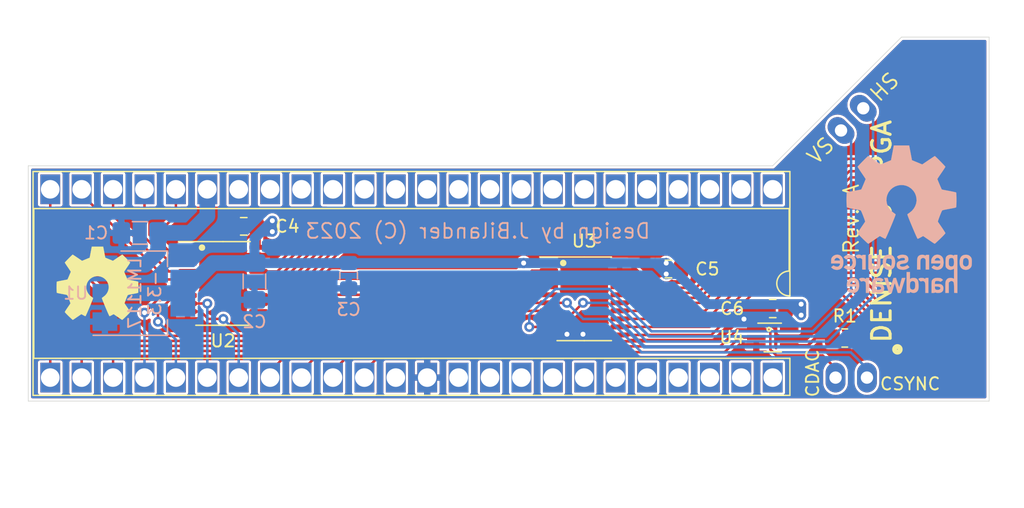
<source format=kicad_pcb>
(kicad_pcb (version 20171130) (host pcbnew "(5.1.12-1-10_14)")
  (layers (0 F.Cu signal) (31 B.Cu signal) (34 B.Paste user) (35 F.Paste user) (36 B.SilkS user) (37 F.SilkS user) (38 B.Mask user) (39 F.Mask user) (44 Edge.Cuts user))
  (net 0 "")
  (net 1 VCC)
  (net 2 B0)
  (net 3 R3)
  (net 4 R2)
  (net 5 R1)
  (net 6 R0)
  (net 7 GND)
  (net 8 C7M)
  (net 9 CDAC)
  (net 10 G3)
  (net 11 G2)
  (net 12 G1)
  (net 13 G0)
  (net 14 B3)
  (net 15 B2)
  (net 16 B1)
  (net 17 3V3)
  (net 18 PIXELSW)
  (net 19 CSYNC)
  (net 20 R0_3V3)
  (net 21 R1_3V3)
  (net 22 R2_3V3)
  (net 23 R3_3V3)
  (net 24 B0_3V3)
  (net 25 B1_3V3)
  (net 26 B2_3V3)
  (net 27 B3_3V3)
  (net 28 G3_3V3)
  (net 29 G2_3V3)
  (net 30 G1_3V3)
  (net 31 G0_3V3)
  (net 32 CSYNC_3V3)
  (net 33 PIXELSW_3V3)
  (net 34 HSYNC_3V3)
  (net 35 VSYNC_3V3)
  (net 36 VSYNC)
  (net 37 HSYNC)
  (net 38 /C14M_3V3)
  (net 39 "Net-(R1-Pad2)")
  (net 40 "Net-(J3-Pad40)")
  (net 41 "Net-(J3-Pad39)")
  (net 42 "Net-(J3-Pad38)")
  (net 43 "Net-(J3-Pad37)")
  (net 44 "Net-(J3-Pad36)")
  (net 45 "Net-(J3-Pad35)")
  (net 46 "Net-(U5-Pad1)")
  (net 47 "Net-(U5-Pad2)")
  (net 48 "Net-(U5-Pad3)")
  (net 49 "Net-(U5-Pad4)")
  (net 50 "Net-(U5-Pad5)")
  (net 51 "Net-(U5-Pad6)")
  (net 52 "Net-(U5-Pad7)")
  (net 53 "Net-(U5-Pad8)")
  (net 54 "Net-(U5-Pad9)")
  (net 55 "Net-(U5-Pad10)")
  (net 56 "Net-(U5-Pad11)")
  (net 57 "Net-(U5-Pad12)")
  (net 58 "Net-(U5-Pad36)")
  (net 59 "Net-(U5-Pad13)")
  (net 60 "Net-(U5-Pad14)")
  (net 61 "Net-(U5-Pad38)")
  (net 62 "Net-(U5-Pad15)")
  (net 63 "Net-(U5-Pad39)")
  (net 64 "Net-(U5-Pad16)")
  (net 65 "Net-(U5-Pad40)")
  (net 66 "Net-(U5-Pad17)")
  (net 67 "Net-(U5-Pad41)")
  (net 68 "Net-(U5-Pad18)")
  (net 69 "Net-(U5-Pad42)")
  (net 70 "Net-(U5-Pad43)")
  (net 71 "Net-(U5-Pad44)")
  (net 72 "Net-(U5-Pad45)")
  (net 73 "Net-(U5-Pad46)")
  (net 74 "Net-(U5-Pad47)")
  (net 75 "Net-(U5-Pad48)")
  (module DENISE_to_FPGA:DIP-48_W15.24mm_Socket_LongPads (layer F.Cu) (at 187.96 88.138 270)
    (fp_text reference U5 hide)
    (fp_text value Denise_MB_PinHeader hide)
    (pad 1 thru_hole rect (at 0 0 270) (size 2.4 1.6) (drill 1.5) (layers *.Cu *.Mask) (net 46 "Net-(U5-Pad1)"))
    (pad 25 thru_hole rect (at 15.24 58.42 270) (size 2.4 1.6) (drill 1.5) (layers *.Cu *.Mask) (net 16 B1))
    (pad 2 thru_hole rect (at 0 2.54 270) (size 2.4 1.6) (drill 1.5) (layers *.Cu *.Mask) (net 47 "Net-(U5-Pad2)"))
    (pad 26 thru_hole rect (at 15.24 55.88 270) (size 2.4 1.6) (drill 1.5) (layers *.Cu *.Mask) (net 15 B2))
    (pad 3 thru_hole rect (at 0 5.08 270) (size 2.4 1.6) (drill 1.5) (layers *.Cu *.Mask) (net 48 "Net-(U5-Pad3)"))
    (pad 27 thru_hole rect (at 15.24 53.34 270) (size 2.4 1.6) (drill 1.5) (layers *.Cu *.Mask) (net 14 B3))
    (pad 4 thru_hole rect (at 0 7.62 270) (size 2.4 1.6) (drill 1.5) (layers *.Cu *.Mask) (net 49 "Net-(U5-Pad4)"))
    (pad 28 thru_hole rect (at 15.24 50.8 270) (size 2.4 1.6) (drill 1.5) (layers *.Cu *.Mask) (net 13 G0))
    (pad 5 thru_hole rect (at 0 10.16 270) (size 2.4 1.6) (drill 1.5) (layers *.Cu *.Mask) (net 50 "Net-(U5-Pad5)"))
    (pad 29 thru_hole rect (at 15.24 48.26 270) (size 2.4 1.6) (drill 1.5) (layers *.Cu *.Mask) (net 12 G1))
    (pad 6 thru_hole rect (at 0 12.7 270) (size 2.4 1.6) (drill 1.5) (layers *.Cu *.Mask) (net 51 "Net-(U5-Pad6)"))
    (pad 30 thru_hole rect (at 15.24 45.72 270) (size 2.4 1.6) (drill 1.5) (layers *.Cu *.Mask) (net 11 G2))
    (pad 7 thru_hole rect (at 0 15.24 270) (size 2.4 1.6) (drill 1.5) (layers *.Cu *.Mask) (net 52 "Net-(U5-Pad7)"))
    (pad 31 thru_hole rect (at 15.24 43.18 270) (size 2.4 1.6) (drill 1.5) (layers *.Cu *.Mask) (net 10 G3))
    (pad 8 thru_hole rect (at 0 17.78 270) (size 2.4 1.6) (drill 1.5) (layers *.Cu *.Mask) (net 53 "Net-(U5-Pad8)"))
    (pad 32 thru_hole rect (at 15.24 40.64 270) (size 2.4 1.6) (drill 1.5) (layers *.Cu *.Mask) (net 19 CSYNC))
    (pad 9 thru_hole rect (at 0 20.32 270) (size 2.4 1.6) (drill 1.5) (layers *.Cu *.Mask) (net 54 "Net-(U5-Pad9)"))
    (pad 33 thru_hole rect (at 15.24 38.1 270) (size 2.4 1.6) (drill 1.5) (layers *.Cu *.Mask) (net 18 PIXELSW))
    (pad 10 thru_hole rect (at 0 22.86 270) (size 2.4 1.6) (drill 1.5) (layers *.Cu *.Mask) (net 55 "Net-(U5-Pad10)"))
    (pad 34 thru_hole rect (at 15.24 35.56 270) (size 2.4 1.6) (drill 1.5) (layers *.Cu *.Mask) (net 9 CDAC))
    (pad 11 thru_hole rect (at 0 25.4 270) (size 2.4 1.6) (drill 1.5) (layers *.Cu *.Mask) (net 56 "Net-(U5-Pad11)"))
    (pad 35 thru_hole rect (at 15.24 33.02 270) (size 2.4 1.6) (drill 1.5) (layers *.Cu *.Mask) (net 8 C7M))
    (pad 12 thru_hole rect (at 0 27.94 270) (size 2.4 1.6) (drill 1.5) (layers *.Cu *.Mask) (net 57 "Net-(U5-Pad12)"))
    (pad 36 thru_hole rect (at 15.24 30.48 270) (size 2.4 1.6) (drill 1.5) (layers *.Cu *.Mask) (net 58 "Net-(U5-Pad36)"))
    (pad 13 thru_hole rect (at 0 30.48 270) (size 2.4 1.6) (drill 1.5) (layers *.Cu *.Mask) (net 59 "Net-(U5-Pad13)"))
    (pad 37 thru_hole rect (at 15.24 27.94 270) (size 2.4 1.6) (drill 1.5) (layers *.Cu *.Mask) (net 7 GND))
    (pad 14 thru_hole rect (at 0 33.02 270) (size 2.4 1.6) (drill 1.5) (layers *.Cu *.Mask) (net 60 "Net-(U5-Pad14)"))
    (pad 38 thru_hole rect (at 15.24 25.4 270) (size 2.4 1.6) (drill 1.5) (layers *.Cu *.Mask) (net 61 "Net-(U5-Pad38)"))
    (pad 15 thru_hole rect (at 0 35.56 270) (size 2.4 1.6) (drill 1.5) (layers *.Cu *.Mask) (net 62 "Net-(U5-Pad15)"))
    (pad 39 thru_hole rect (at 15.24 22.86 270) (size 2.4 1.6) (drill 1.5) (layers *.Cu *.Mask) (net 63 "Net-(U5-Pad39)"))
    (pad 16 thru_hole rect (at 0 38.1 270) (size 2.4 1.6) (drill 1.5) (layers *.Cu *.Mask) (net 64 "Net-(U5-Pad16)"))
    (pad 40 thru_hole rect (at 15.24 20.32 270) (size 2.4 1.6) (drill 1.5) (layers *.Cu *.Mask) (net 65 "Net-(U5-Pad40)"))
    (pad 17 thru_hole rect (at 0 40.64 270) (size 2.4 1.6) (drill 1.5) (layers *.Cu *.Mask) (net 66 "Net-(U5-Pad17)"))
    (pad 41 thru_hole rect (at 15.24 17.78 270) (size 2.4 1.6) (drill 1.5) (layers *.Cu *.Mask) (net 67 "Net-(U5-Pad41)"))
    (pad 18 thru_hole rect (at 0 43.18 270) (size 2.4 1.6) (drill 1.5) (layers *.Cu *.Mask) (net 68 "Net-(U5-Pad18)"))
    (pad 42 thru_hole rect (at 15.24 15.24 270) (size 2.4 1.6) (drill 1.5) (layers *.Cu *.Mask) (net 69 "Net-(U5-Pad42)"))
    (pad 19 thru_hole rect (at 0 45.72 270) (size 2.4 1.6) (drill 1.5) (layers *.Cu *.Mask) (net 1 VCC))
    (pad 43 thru_hole rect (at 15.24 12.7 270) (size 2.4 1.6) (drill 1.5) (layers *.Cu *.Mask) (net 70 "Net-(U5-Pad43)"))
    (pad 20 thru_hole rect (at 0 48.26 270) (size 2.4 1.6) (drill 1.5) (layers *.Cu *.Mask) (net 6 R0))
    (pad 44 thru_hole rect (at 15.24 10.16 270) (size 2.4 1.6) (drill 1.5) (layers *.Cu *.Mask) (net 71 "Net-(U5-Pad44)"))
    (pad 21 thru_hole rect (at 0 50.8 270) (size 2.4 1.6) (drill 1.5) (layers *.Cu *.Mask) (net 5 R1))
    (pad 45 thru_hole rect (at 15.24 7.62 270) (size 2.4 1.6) (drill 1.5) (layers *.Cu *.Mask) (net 72 "Net-(U5-Pad45)"))
    (pad 22 thru_hole rect (at 0 53.34 270) (size 2.4 1.6) (drill 1.5) (layers *.Cu *.Mask) (net 4 R2))
    (pad 46 thru_hole rect (at 15.24 5.08 270) (size 2.4 1.6) (drill 1.5) (layers *.Cu *.Mask) (net 73 "Net-(U5-Pad46)"))
    (pad 23 thru_hole rect (at 0 55.88 270) (size 2.4 1.6) (drill 1.5) (layers *.Cu *.Mask) (net 3 R3))
    (pad 47 thru_hole rect (at 15.24 2.54 270) (size 2.4 1.6) (drill 1.5) (layers *.Cu *.Mask) (net 74 "Net-(U5-Pad47)"))
    (pad 24 thru_hole rect (at 0 58.42 270) (size 2.4 1.6) (drill 1.5) (layers *.Cu *.Mask) (net 2 B0))
    (pad 48 thru_hole rect (at 15.24 0 270) (size 2.4 1.6) (drill 1.5) (layers *.Cu *.Mask) (net 75 "Net-(U5-Pad48)"))
  )
  (module Package_SO:TSSOP-20_4.4x6.5mm_P0.65mm (layer F.Cu) (at 143.51 95.758)
    (fp_text reference U2 (at 0 4.6482) (layer F.SilkS))
    (fp_text value 74LVC245A hide)
    (pad 20 smd roundrect (at 2.8625 -2.925) (size 1.475 0.4) (layers F.Cu F.Paste F.Mask) (net 17 3V3))
    (pad 19 smd roundrect (at 2.8625 -2.275) (size 1.475 0.4) (layers F.Cu F.Paste F.Mask) (net 7 GND))
    (pad 18 smd roundrect (at 2.8625 -1.625) (size 1.475 0.4) (layers F.Cu F.Paste F.Mask) (net 20 R0_3V3))
    (pad 17 smd roundrect (at 2.8625 -0.975) (size 1.475 0.4) (layers F.Cu F.Paste F.Mask) (net 21 R1_3V3))
    (pad 16 smd roundrect (at 2.8625 -0.325) (size 1.475 0.4) (layers F.Cu F.Paste F.Mask) (net 22 R2_3V3))
    (pad 15 smd roundrect (at 2.8625 0.325) (size 1.475 0.4) (layers F.Cu F.Paste F.Mask) (net 23 R3_3V3))
    (pad 14 smd roundrect (at 2.8625 0.975) (size 1.475 0.4) (layers F.Cu F.Paste F.Mask) (net 31 G0_3V3))
    (pad 13 smd roundrect (at 2.8625 1.625) (size 1.475 0.4) (layers F.Cu F.Paste F.Mask) (net 30 G1_3V3))
    (pad 12 smd roundrect (at 2.8625 2.275) (size 1.475 0.4) (layers F.Cu F.Paste F.Mask) (net 29 G2_3V3))
    (pad 11 smd roundrect (at 2.8625 2.925) (size 1.475 0.4) (layers F.Cu F.Paste F.Mask) (net 28 G3_3V3))
    (pad 10 smd roundrect (at -2.8625 2.925) (size 1.475 0.4) (layers F.Cu F.Paste F.Mask) (net 7 GND))
    (pad 9 smd roundrect (at -2.8625 2.275) (size 1.475 0.4) (layers F.Cu F.Paste F.Mask) (net 10 G3))
    (pad 8 smd roundrect (at -2.8625 1.625) (size 1.475 0.4) (layers F.Cu F.Paste F.Mask) (net 11 G2))
    (pad 7 smd roundrect (at -2.8625 0.975) (size 1.475 0.4) (layers F.Cu F.Paste F.Mask) (net 12 G1))
    (pad 6 smd roundrect (at -2.8625 0.325) (size 1.475 0.4) (layers F.Cu F.Paste F.Mask) (net 13 G0))
    (pad 5 smd roundrect (at -2.8625 -0.325) (size 1.475 0.4) (layers F.Cu F.Paste F.Mask) (net 3 R3))
    (pad 4 smd roundrect (at -2.8625 -0.975) (size 1.475 0.4) (layers F.Cu F.Paste F.Mask) (net 4 R2))
    (pad 3 smd roundrect (at -2.8625 -1.625) (size 1.475 0.4) (layers F.Cu F.Paste F.Mask) (net 5 R1))
    (pad 2 smd roundrect (at -2.8625 -2.275) (size 1.475 0.4) (layers F.Cu F.Paste F.Mask) (net 6 R0))
    (pad 1 smd roundrect (at -2.8625 -2.925) (size 1.475 0.4) (layers F.Cu F.Paste F.Mask) (net 17 3V3))
  )
  (module Package_SO:TSSOP-20_4.4x6.5mm_P0.65mm (layer F.Cu) (at 172.72 97.0026)
    (fp_text reference U3 (at 0 -4.6736) (layer F.SilkS))
    (fp_text value 74LVC245A hide)
    (pad 20 smd roundrect (at 2.8625 -2.925) (size 1.475 0.4) (layers F.Cu F.Paste F.Mask) (net 17 3V3))
    (pad 19 smd roundrect (at 2.8625 -2.275) (size 1.475 0.4) (layers F.Cu F.Paste F.Mask) (net 7 GND))
    (pad 18 smd roundrect (at 2.8625 -1.625) (size 1.475 0.4) (layers F.Cu F.Paste F.Mask) (net 24 B0_3V3))
    (pad 17 smd roundrect (at 2.8625 -0.975) (size 1.475 0.4) (layers F.Cu F.Paste F.Mask) (net 25 B1_3V3))
    (pad 16 smd roundrect (at 2.8625 -0.325) (size 1.475 0.4) (layers F.Cu F.Paste F.Mask) (net 26 B2_3V3))
    (pad 15 smd roundrect (at 2.8625 0.325) (size 1.475 0.4) (layers F.Cu F.Paste F.Mask) (net 27 B3_3V3))
    (pad 14 smd roundrect (at 2.8625 0.975) (size 1.475 0.4) (layers F.Cu F.Paste F.Mask) (net 32 CSYNC_3V3))
    (pad 13 smd roundrect (at 2.8625 1.625) (size 1.475 0.4) (layers F.Cu F.Paste F.Mask) (net 33 PIXELSW_3V3))
    (pad 12 smd roundrect (at 2.8625 2.275) (size 1.475 0.4) (layers F.Cu F.Paste F.Mask) (net 34 HSYNC_3V3))
    (pad 11 smd roundrect (at 2.8625 2.925) (size 1.475 0.4) (layers F.Cu F.Paste F.Mask) (net 35 VSYNC_3V3))
    (pad 10 smd roundrect (at -2.8625 2.925) (size 1.475 0.4) (layers F.Cu F.Paste F.Mask) (net 7 GND))
    (pad 9 smd roundrect (at -2.8625 2.275) (size 1.475 0.4) (layers F.Cu F.Paste F.Mask) (net 36 VSYNC))
    (pad 8 smd roundrect (at -2.8625 1.625) (size 1.475 0.4) (layers F.Cu F.Paste F.Mask) (net 37 HSYNC))
    (pad 7 smd roundrect (at -2.8625 0.975) (size 1.475 0.4) (layers F.Cu F.Paste F.Mask) (net 18 PIXELSW))
    (pad 6 smd roundrect (at -2.8625 0.325) (size 1.475 0.4) (layers F.Cu F.Paste F.Mask) (net 19 CSYNC))
    (pad 5 smd roundrect (at -2.8625 -0.325) (size 1.475 0.4) (layers F.Cu F.Paste F.Mask) (net 14 B3))
    (pad 4 smd roundrect (at -2.8625 -0.975) (size 1.475 0.4) (layers F.Cu F.Paste F.Mask) (net 15 B2))
    (pad 3 smd roundrect (at -2.8625 -1.625) (size 1.475 0.4) (layers F.Cu F.Paste F.Mask) (net 16 B1))
    (pad 2 smd roundrect (at -2.8625 -2.275) (size 1.475 0.4) (layers F.Cu F.Paste F.Mask) (net 2 B0))
    (pad 1 smd roundrect (at -2.8625 -2.925) (size 1.475 0.4) (layers F.Cu F.Paste F.Mask) (net 17 3V3))
  )
  (module Package_TO_SOT_SMD:SOT-353_SC-70-5_Handsoldering (layer F.Cu) (at 187.962 100.133)
    (fp_text reference U4 (at -3.304 -0.0062) (layer F.SilkS))
    (fp_text value 74LVC1G86 hide)
    (pad 5 smd rect (at 1.33 -0.65) (size 1.5 0.4) (layers F.Cu F.Paste F.Mask) (net 17 3V3))
    (pad 4 smd rect (at 1.33 0.65) (size 1.5 0.4) (layers F.Cu F.Paste F.Mask) (net 39 "Net-(R1-Pad2)"))
    (pad 3 smd rect (at -1.33 0.65) (size 1.5 0.4) (layers F.Cu F.Paste F.Mask) (net 7 GND))
    (pad 2 smd rect (at -1.33 0) (size 1.5 0.4) (layers F.Cu F.Paste F.Mask) (net 8 C7M))
    (pad 1 smd rect (at -1.33 -0.65) (size 1.5 0.4) (layers F.Cu F.Paste F.Mask) (net 9 CDAC))
  )
  (module Connector_FFC-FPC:Hirose_FH12-40S-0.5SH_1x40-1MP_P0.50mm_Horizontal (layer F.Cu) (at 200.533 90.424 90)
    (fp_text reference J3 hide)
    (fp_text value Conn_01x40 hide)
    (pad 40 smd rect (at 9.75 -1.85 90) (size 0.3 1.3) (layers F.Cu F.Paste F.Mask) (net 40 "Net-(J3-Pad40)"))
    (pad 39 smd rect (at 9.25 -1.85 90) (size 0.3 1.3) (layers F.Cu F.Paste F.Mask) (net 41 "Net-(J3-Pad39)"))
    (pad 38 smd rect (at 8.75 -1.85 90) (size 0.3 1.3) (layers F.Cu F.Paste F.Mask) (net 42 "Net-(J3-Pad38)"))
    (pad 37 smd rect (at 8.25 -1.85 90) (size 0.3 1.3) (layers F.Cu F.Paste F.Mask) (net 43 "Net-(J3-Pad37)"))
    (pad 36 smd rect (at 7.75 -1.85 90) (size 0.3 1.3) (layers F.Cu F.Paste F.Mask) (net 44 "Net-(J3-Pad36)"))
    (pad 35 smd rect (at 7.25 -1.85 90) (size 0.3 1.3) (layers F.Cu F.Paste F.Mask) (net 45 "Net-(J3-Pad35)"))
    (pad 34 smd rect (at 6.75 -1.85 90) (size 0.3 1.3) (layers F.Cu F.Paste F.Mask) (net 7 GND))
    (pad 33 smd rect (at 6.25 -1.85 90) (size 0.3 1.3) (layers F.Cu F.Paste F.Mask) (net 7 GND))
    (pad 32 smd rect (at 5.75 -1.85 90) (size 0.3 1.3) (layers F.Cu F.Paste F.Mask) (net 7 GND))
    (pad 31 smd rect (at 5.25 -1.85 90) (size 0.3 1.3) (layers F.Cu F.Paste F.Mask) (net 7 GND))
    (pad 30 smd rect (at 4.75 -1.85 90) (size 0.3 1.3) (layers F.Cu F.Paste F.Mask) (net 20 R0_3V3))
    (pad 29 smd rect (at 4.25 -1.85 90) (size 0.3 1.3) (layers F.Cu F.Paste F.Mask) (net 21 R1_3V3))
    (pad 28 smd rect (at 3.75 -1.85 90) (size 0.3 1.3) (layers F.Cu F.Paste F.Mask) (net 22 R2_3V3))
    (pad 27 smd rect (at 3.25 -1.85 90) (size 0.3 1.3) (layers F.Cu F.Paste F.Mask) (net 23 R3_3V3))
    (pad 26 smd rect (at 2.75 -1.85 90) (size 0.3 1.3) (layers F.Cu F.Paste F.Mask) (net 7 GND))
    (pad 25 smd rect (at 2.25 -1.85 90) (size 0.3 1.3) (layers F.Cu F.Paste F.Mask) (net 7 GND))
    (pad 24 smd rect (at 1.75 -1.85 90) (size 0.3 1.3) (layers F.Cu F.Paste F.Mask) (net 7 GND))
    (pad 23 smd rect (at 1.25 -1.85 90) (size 0.3 1.3) (layers F.Cu F.Paste F.Mask) (net 7 GND))
    (pad 22 smd rect (at 0.75 -1.85 90) (size 0.3 1.3) (layers F.Cu F.Paste F.Mask) (net 31 G0_3V3))
    (pad 21 smd rect (at 0.25 -1.85 90) (size 0.3 1.3) (layers F.Cu F.Paste F.Mask) (net 30 G1_3V3))
    (pad 20 smd rect (at -0.25 -1.85 90) (size 0.3 1.3) (layers F.Cu F.Paste F.Mask) (net 29 G2_3V3))
    (pad 19 smd rect (at -0.75 -1.85 90) (size 0.3 1.3) (layers F.Cu F.Paste F.Mask) (net 28 G3_3V3))
    (pad 18 smd rect (at -1.25 -1.85 90) (size 0.3 1.3) (layers F.Cu F.Paste F.Mask) (net 7 GND))
    (pad 17 smd rect (at -1.75 -1.85 90) (size 0.3 1.3) (layers F.Cu F.Paste F.Mask) (net 7 GND))
    (pad 16 smd rect (at -2.25 -1.85 90) (size 0.3 1.3) (layers F.Cu F.Paste F.Mask) (net 7 GND))
    (pad 15 smd rect (at -2.75 -1.85 90) (size 0.3 1.3) (layers F.Cu F.Paste F.Mask) (net 7 GND))
    (pad 14 smd rect (at -3.25 -1.85 90) (size 0.3 1.3) (layers F.Cu F.Paste F.Mask) (net 24 B0_3V3))
    (pad 13 smd rect (at -3.75 -1.85 90) (size 0.3 1.3) (layers F.Cu F.Paste F.Mask) (net 25 B1_3V3))
    (pad 12 smd rect (at -4.25 -1.85 90) (size 0.3 1.3) (layers F.Cu F.Paste F.Mask) (net 26 B2_3V3))
    (pad 11 smd rect (at -4.75 -1.85 90) (size 0.3 1.3) (layers F.Cu F.Paste F.Mask) (net 27 B3_3V3))
    (pad 10 smd rect (at -5.25 -1.85 90) (size 0.3 1.3) (layers F.Cu F.Paste F.Mask) (net 7 GND))
    (pad 9 smd rect (at -5.75 -1.85 90) (size 0.3 1.3) (layers F.Cu F.Paste F.Mask) (net 32 CSYNC_3V3))
    (pad 8 smd rect (at -6.25 -1.85 90) (size 0.3 1.3) (layers F.Cu F.Paste F.Mask) (net 7 GND))
    (pad 7 smd rect (at -6.75 -1.85 90) (size 0.3 1.3) (layers F.Cu F.Paste F.Mask) (net 33 PIXELSW_3V3))
    (pad 6 smd rect (at -7.25 -1.85 90) (size 0.3 1.3) (layers F.Cu F.Paste F.Mask) (net 7 GND))
    (pad 5 smd rect (at -7.75 -1.85 90) (size 0.3 1.3) (layers F.Cu F.Paste F.Mask) (net 34 HSYNC_3V3))
    (pad 4 smd rect (at -8.25 -1.85 90) (size 0.3 1.3) (layers F.Cu F.Paste F.Mask) (net 7 GND))
    (pad 3 smd rect (at -8.75 -1.85 90) (size 0.3 1.3) (layers F.Cu F.Paste F.Mask) (net 35 VSYNC_3V3))
    (pad 2 smd rect (at -9.25 -1.85 90) (size 0.3 1.3) (layers F.Cu F.Paste F.Mask) (net 7 GND))
    (pad 1 smd rect (at -9.75 -1.85 90) (size 0.3 1.3) (layers F.Cu F.Paste F.Mask) (net 38 /C14M_3V3))
    (pad MP smd rect (at -11.43 0.4572 90) (size 2.3 4.1) (layers F.Cu F.Paste F.Mask) (net 7 GND))
    (pad MP smd rect (at 11.43 0.4572 90) (size 2.3 4.1) (layers F.Cu F.Paste F.Mask) (net 7 GND))
  )
  (module Resistor_SMD:R_0805_2012Metric_Pad1.20x1.40mm_HandSolder (layer F.Cu) (at 193.786 100.174 180)
    (fp_text reference R1 (at 0 1.778) (layer F.SilkS))
    (fp_text value "33 Ω" hide)
    (pad 2 smd roundrect (at 1 0 180) (size 1.2 1.4) (layers F.Cu F.Paste F.Mask) (roundrect_rratio 0.208333) (net 39 "Net-(R1-Pad2)"))
    (pad 1 smd roundrect (at -1 0 180) (size 1.2 1.4) (layers F.Cu F.Paste F.Mask) (roundrect_rratio 0.208333) (net 38 /C14M_3V3))
  )
  (module Capacitor_SMD:C_0805_2012Metric_Pad1.18x1.45mm_HandSolder (layer F.Cu) (at 187.962 97.79)
    (fp_text reference C6 (at -3.2786 0) (layer F.SilkS))
    (fp_text value 0.1uF hide)
    (pad 2 smd roundrect (at 1.0375 0) (size 1.175 1.45) (layers F.Cu F.Paste F.Mask) (roundrect_rratio 0.2127659574468085) (net 17 3V3))
    (pad 1 smd roundrect (at -1.0375 0) (size 1.175 1.45) (layers F.Cu F.Paste F.Mask) (roundrect_rratio 0.2127659574468085) (net 7 GND))
  )
  (module Symbol:OSHW-Logo_11.4x12mm_SilkScreen (layer B.Cu) (at 198.3867 90.551 180)
    (fp_text reference REF** hide)
    (fp_text value OSHW-Logo_11.4x12mm_SilkScreen hide)
  )
  (module Connector_PinHeader_2.54mm:PinHeader_1x02_P2.54mm_Horizontal (layer F.Cu) (at 193.4845 83.3755 135)
    (fp_text reference J2 hide)
    (fp_text value Conn_01x02 hide)
    (pad 2 thru_hole oval (at 0 2.54 135) (size 2.4 1.6) (drill 1) (layers *.Cu *.Mask) (net 37 HSYNC))
    (pad 1 thru_hole oval (at 0 0 135) (size 2.4 1.6) (drill 1) (layers *.Cu *.Mask) (net 36 VSYNC))
  )
  (module Symbol:OSHW-Symbol_6.7x6mm_SilkScreen (layer F.Cu) (at 133.35 95.758)
    (fp_text reference REF** hide)
    (fp_text value OSHW-Symbol_6.7x6mm_SilkScreen hide)
  )
  (module Connector_PinHeader_2.54mm:PinHeader_1x02_P2.54mm_Horizontal (layer F.Cu) (at 195.58 103.378 270)
    (fp_text reference J1 hide)
    (fp_text value Conn_01x02 hide)
    (pad 2 thru_hole oval (at 0 2.54 270) (size 2.4 1.6) (drill 1) (layers *.Cu *.Mask) (net 9 CDAC))
    (pad 1 thru_hole oval (at 0 0 270) (size 2.4 1.6) (drill 1) (layers *.Cu *.Mask) (net 19 CSYNC))
  )
  (module Capacitor_SMD:C_0805_2012Metric_Pad1.15x1.40mm_HandSolder (layer F.Cu) (at 179.5272 94.5896 180)
    (fp_text reference C5 (at -3.1496 0) (layer F.SilkS))
    (fp_text value 0.1uF hide)
    (pad 2 smd roundrect (at 1.025 0 180) (size 1.15 1.4) (layers F.Cu F.Paste F.Mask) (roundrect_rratio 0.2173904347826087) (net 17 3V3))
    (pad 1 smd roundrect (at -1.025 0 180) (size 1.15 1.4) (layers F.Cu F.Paste F.Mask) (roundrect_rratio 0.2173904347826087) (net 7 GND))
  )
  (module Capacitor_SMD:C_0805_2012Metric_Pad1.15x1.40mm_HandSolder (layer F.Cu) (at 145.1864 91.1352)
    (fp_text reference C4 (at 3.5306 0) (layer F.SilkS))
    (fp_text value 0.1uF hide)
    (pad 2 smd roundrect (at 1.025 0) (size 1.15 1.4) (layers F.Cu F.Paste F.Mask) (roundrect_rratio 0.2173904347826087) (net 17 3V3))
    (pad 1 smd roundrect (at -1.025 0) (size 1.15 1.4) (layers F.Cu F.Paste F.Mask) (roundrect_rratio 0.2173904347826087) (net 7 GND))
  )
  (module Package_TO_SOT_SMD:SOT-223 (layer B.Cu) (at 137.1092 96.5454)
    (fp_text reference U1 (at -5.5118 0) (layer B.SilkS) (effects (justify mirror)))
    (fp_text value LM1117-3.3 hide)
    (pad 1 smd rect (at -3.15 2.3) (size 2 1.5) (layers B.Cu B.Paste B.Mask) (net 7 GND))
    (pad 3 smd rect (at -3.15 -2.3) (size 2 1.5) (layers B.Cu B.Paste B.Mask) (net 1 VCC))
    (pad 2 smd rect (at -3.15 0) (size 2 1.5) (layers B.Cu B.Paste B.Mask) (net 17 3V3))
    (pad 4 smd rect (at 3.15 0) (size 2 3.8) (layers B.Cu B.Paste B.Mask) (net 17 3V3))
  )
  (module Capacitor_SMD:C_0805_2012Metric_Pad1.15x1.40mm_HandSolder (layer B.Cu) (at 153.67 95.132 90)
    (fp_text reference C3 (at -2.7342 0) (layer B.SilkS) (effects (justify mirror)))
    (fp_text value 0.1uF hide)
    (pad 2 smd roundrect (at 1.025 0 90) (size 1.15 1.4) (layers B.Cu B.Paste B.Mask) (roundrect_rratio 0.2173904347826087) (net 17 3V3))
    (pad 1 smd roundrect (at -1.025 0 90) (size 1.15 1.4) (layers B.Cu B.Paste B.Mask) (roundrect_rratio 0.2173904347826087) (net 7 GND))
  )
  (module Capacitor_SMD:C_1206_3216Metric_Pad1.42x1.75mm_HandSolder (layer B.Cu) (at 146.05 95.5945 90)
    (fp_text reference C2 (at -3.2623 0 180) (layer B.SilkS) (effects (justify mirror)))
    (fp_text value 10uF hide)
    (pad 2 smd roundrect (at 1.4875 0 90) (size 1.425 1.75) (layers B.Cu B.Paste B.Mask) (roundrect_rratio 0.1754385964912281) (net 17 3V3))
    (pad 1 smd roundrect (at -1.4875 0 90) (size 1.425 1.75) (layers B.Cu B.Paste B.Mask) (roundrect_rratio 0.1754385964912281) (net 7 GND))
  )
  (module Capacitor_SMD:C_1206_3216Metric_Pad1.42x1.75mm_HandSolder (layer B.Cu) (at 136.779 91.6686)
    (fp_text reference C1 (at -3.5306 0 180) (layer B.SilkS) (effects (justify mirror)))
    (fp_text value 10uF hide)
    (pad 2 smd roundrect (at 1.4875 0) (size 1.425 1.75) (layers B.Cu B.Paste B.Mask) (roundrect_rratio 0.1754385964912281) (net 1 VCC))
    (pad 1 smd roundrect (at -1.4875 0) (size 1.425 1.75) (layers B.Cu B.Paste B.Mask) (roundrect_rratio 0.1754385964912281) (net 7 GND))
  )
  (gr_text VS (at 191.008 85.852 45) (layer F.SilkS) (effects (font (size 1.2 1.2)) (justify left)))
  (gr_text HS (at 196.088 80.772 45) (layer F.SilkS) (effects (font (size 1.2 1.2)) (justify left)))
  (gr_text "Rev. A" (at 194.31 93.472 90) (layer F.SilkS) (effects (font (size 1.2 1.2)) (justify left)))
  (gr_text CDAC (at 191.1858 101.0031 90) (layer F.SilkS) (effects (font (size 1 1)) (justify right)))
  (gr_line (start 187.96 86.233) (end 198.374 75.819) (layer Edge.Cuts) (width 0.05))
  (gr_line (start 127.762 86.233) (end 187.96 86.233) (layer Edge.Cuts) (width 0.05))
  (gr_text "LM1117\n-3.3" (at 137.1854 96.5454 90) (layer B.SilkS) (effects (font (size 1 1)) (justify mirror)))
  (gr_text CSYNC (at 201.5998 103.886) (layer F.SilkS) (effects (font (size 1 1)) (justify right)))
  (gr_text "Design by J.Bilander (C) 2023\n" (at 178.1556 91.5162) (layer B.SilkS) (effects (font (size 1.2 1.2)) (justify left mirror)))
  (gr_line (start 127.762 105.283) (end 205.462 105.283) (layer Edge.Cuts) (width 0.05))
  (gr_line (start 205.462 75.819) (end 205.462 105.283) (layer Edge.Cuts) (width 0.05))
  (gr_line (start 198.374 75.819) (end 205.462 75.819) (layer Edge.Cuts) (width 0.05))
  (gr_line (start 127.762 86.233) (end 127.762 105.283) (layer Edge.Cuts) (width 0.05))
  (gr_text "DENISE to FPGA\n\n" (at 197.9803 100.711 90) (layer F.SilkS) (effects (font (size 1.5 1.5) (thickness 0.25)) (justify left)))
  (segment (start 138.2665 91.6686) (end 140.8684 91.6686) (width 1.27) (layer B.Cu) (net 1))
  (segment (start 142.24 90.297) (end 142.24 88.138) (width 1.27) (layer B.Cu) (net 1))
  (segment (start 140.8684 91.6686) (end 142.24 90.297) (width 1.27) (layer B.Cu) (net 1))
  (segment (start 133.9592 94.2454) (end 137.1994 94.2454) (width 1.27) (layer B.Cu) (net 1))
  (segment (start 138.2665 93.1783) (end 138.2665 91.6686) (width 1.27) (layer B.Cu) (net 1))
  (segment (start 137.1994 94.2454) (end 138.2665 93.1783) (width 1.27) (layer B.Cu) (net 1))
  (segment (start 129.54 92.2528) (end 137.286996 99.999796) (width 0.2032) (layer F.Cu) (net 2))
  (segment (start 129.54 88.138) (end 129.54 92.2528) (width 0.2032) (layer F.Cu) (net 2))
  (segment (start 137.286996 99.999796) (end 147.297552 99.999796) (width 0.2032) (layer F.Cu) (net 2))
  (segment (start 169.8575 94.7276) (end 168.4926 94.7276) (width 0.2032) (layer F.Cu) (net 2))
  (segment (start 152.377548 94.9198) (end 147.297552 99.999796) (width 0.2032) (layer F.Cu) (net 2))
  (segment (start 168.4926 94.7276) (end 168.3004 94.9198) (width 0.2032) (layer F.Cu) (net 2))
  (segment (start 168.3004 94.9198) (end 152.377548 94.9198) (width 0.2032) (layer F.Cu) (net 2))
  (segment (start 140.6475 95.433) (end 138.9686 95.433) (width 0.2032) (layer F.Cu) (net 3))
  (segment (start 132.08 88.5444) (end 132.08 88.138) (width 0.2032) (layer F.Cu) (net 3))
  (segment (start 138.9686 95.433) (end 132.08 88.5444) (width 0.2032) (layer F.Cu) (net 3))
  (segment (start 134.62 90.2716) (end 134.62 88.138) (width 0.2032) (layer F.Cu) (net 4))
  (segment (start 139.1314 94.783) (end 134.62 90.2716) (width 0.2032) (layer F.Cu) (net 4))
  (segment (start 140.6475 94.783) (end 139.1314 94.783) (width 0.2032) (layer F.Cu) (net 4))
  (segment (start 137.16 91.9988) (end 137.16 88.138) (width 0.2032) (layer F.Cu) (net 5))
  (segment (start 139.2942 94.133) (end 137.16 91.9988) (width 0.2032) (layer F.Cu) (net 5))
  (segment (start 140.6475 94.133) (end 139.2942 94.133) (width 0.2032) (layer F.Cu) (net 5))
  (segment (start 138.6078 91.3384) (end 139.7 90.2462) (width 0.2032) (layer F.Cu) (net 6))
  (segment (start 139.7 90.2462) (end 139.7 88.138) (width 0.2032) (layer F.Cu) (net 6))
  (segment (start 138.6078 92.6084) (end 138.6078 91.3384) (width 0.2032) (layer F.Cu) (net 6))
  (segment (start 139.4824 93.483) (end 138.6078 92.6084) (width 0.2032) (layer F.Cu) (net 6))
  (segment (start 140.6475 93.483) (end 139.4824 93.483) (width 0.2032) (layer F.Cu) (net 6))
  (via (at 171.323 99.8676) (size 0.8) (drill 0.4) (layers F.Cu B.Cu) (net 7))
  (via (at 172.6184 99.8676) (size 0.8) (drill 0.4) (layers F.Cu B.Cu) (net 7))
  (via (at 185.6359 98.6409) (size 0.8) (drill 0.4) (layers F.Cu B.Cu) (net 7))
  (segment (start 198.683 99.674) (end 196.871 99.674) (width 0.2032) (layer F.Cu) (net 7))
  (segment (start 198.683 99.674) (end 200.0587 99.674) (width 0.2032) (layer F.Cu) (net 7))
  (segment (start 198.683 98.674) (end 196.9593 98.674) (width 0.2032) (layer F.Cu) (net 7))
  (segment (start 198.683 98.674) (end 200.3856 98.674) (width 0.2032) (layer F.Cu) (net 7))
  (segment (start 198.683 97.674) (end 197.0261 97.674) (width 0.2032) (layer F.Cu) (net 7))
  (segment (start 198.683 97.674) (end 200.1537 97.674) (width 0.2032) (layer F.Cu) (net 7))
  (segment (start 198.683 96.674) (end 197.1913 96.674) (width 0.2032) (layer F.Cu) (net 7))
  (segment (start 198.683 96.674) (end 199.9853 96.674) (width 0.2032) (layer F.Cu) (net 7))
  (segment (start 198.683 95.674) (end 197.3785 95.674) (width 0.2032) (layer F.Cu) (net 7))
  (segment (start 198.683 95.674) (end 199.8677 95.674) (width 0.2032) (layer F.Cu) (net 7))
  (segment (start 184.146456 93.141789) (end 191.13694 93.141789) (width 0.2032) (layer F.Cu) (net 7))
  (segment (start 182.698645 94.5896) (end 184.146456 93.141789) (width 0.2032) (layer F.Cu) (net 7))
  (segment (start 180.5522 94.5896) (end 182.698645 94.5896) (width 0.2032) (layer F.Cu) (net 7))
  (segment (start 198.683 93.174) (end 197.6315 93.174) (width 0.2032) (layer F.Cu) (net 7))
  (segment (start 197.6315 93.174) (end 197.3961 92.9386) (width 0.2032) (layer F.Cu) (net 7))
  (segment (start 197.6066 91.674) (end 198.683 91.674) (width 0.2032) (layer F.Cu) (net 7))
  (segment (start 197.3961 91.8845) (end 197.6066 91.674) (width 0.2032) (layer F.Cu) (net 7))
  (segment (start 197.4622 92.174) (end 197.3961 92.2401) (width 0.2032) (layer F.Cu) (net 7))
  (segment (start 197.3961 92.2401) (end 197.3961 91.8845) (width 0.2032) (layer F.Cu) (net 7))
  (segment (start 198.683 92.174) (end 197.4622 92.174) (width 0.2032) (layer F.Cu) (net 7))
  (segment (start 197.4575 92.674) (end 197.3961 92.7354) (width 0.2032) (layer F.Cu) (net 7))
  (segment (start 198.683 92.674) (end 197.4575 92.674) (width 0.2032) (layer F.Cu) (net 7))
  (segment (start 197.3961 92.7354) (end 197.3961 92.2401) (width 0.2032) (layer F.Cu) (net 7))
  (segment (start 197.3961 92.9386) (end 197.3961 92.7354) (width 0.2032) (layer F.Cu) (net 7))
  (segment (start 199.5362 93.174) (end 199.8472 92.863) (width 0.2032) (layer F.Cu) (net 7))
  (segment (start 198.683 93.174) (end 199.5362 93.174) (width 0.2032) (layer F.Cu) (net 7))
  (segment (start 199.6494 91.674) (end 198.683 91.674) (width 0.2032) (layer F.Cu) (net 7))
  (segment (start 199.8472 91.8718) (end 199.6494 91.674) (width 0.2032) (layer F.Cu) (net 7))
  (segment (start 198.683 92.174) (end 199.8319 92.174) (width 0.2032) (layer F.Cu) (net 7))
  (segment (start 199.8319 92.174) (end 199.8472 92.1893) (width 0.2032) (layer F.Cu) (net 7))
  (segment (start 199.8472 92.1893) (end 199.8472 91.8718) (width 0.2032) (layer F.Cu) (net 7))
  (segment (start 199.8112 92.674) (end 199.8472 92.71) (width 0.2032) (layer F.Cu) (net 7))
  (segment (start 198.683 92.674) (end 199.8112 92.674) (width 0.2032) (layer F.Cu) (net 7))
  (segment (start 199.8472 92.71) (end 199.8472 92.1893) (width 0.2032) (layer F.Cu) (net 7))
  (segment (start 199.8472 92.863) (end 199.8472 92.71) (width 0.2032) (layer F.Cu) (net 7))
  (segment (start 198.683 89.174) (end 197.7336 89.174) (width 0.2032) (layer F.Cu) (net 7))
  (segment (start 197.7336 89.174) (end 197.4723 88.9127) (width 0.2032) (layer F.Cu) (net 7))
  (segment (start 197.6442 87.674) (end 198.683 87.674) (width 0.2032) (layer F.Cu) (net 7))
  (segment (start 197.4723 87.8459) (end 197.6442 87.674) (width 0.2032) (layer F.Cu) (net 7))
  (segment (start 197.5252 88.174) (end 197.4723 88.2269) (width 0.2032) (layer F.Cu) (net 7))
  (segment (start 198.683 88.174) (end 197.5252 88.174) (width 0.2032) (layer F.Cu) (net 7))
  (segment (start 197.4723 88.2269) (end 197.4723 87.8459) (width 0.2032) (layer F.Cu) (net 7))
  (segment (start 198.683 88.674) (end 197.5511 88.674) (width 0.2032) (layer F.Cu) (net 7))
  (segment (start 197.5511 88.674) (end 197.4723 88.5952) (width 0.2032) (layer F.Cu) (net 7))
  (segment (start 197.4723 88.5952) (end 197.4723 88.2269) (width 0.2032) (layer F.Cu) (net 7))
  (segment (start 197.4723 88.9127) (end 197.4723 88.5952) (width 0.2032) (layer F.Cu) (net 7))
  (segment (start 198.683 89.174) (end 199.624 89.174) (width 0.2032) (layer F.Cu) (net 7))
  (segment (start 199.624 89.174) (end 199.9234 88.8746) (width 0.2032) (layer F.Cu) (net 7))
  (segment (start 199.6753 87.674) (end 198.683 87.674) (width 0.2032) (layer F.Cu) (net 7))
  (segment (start 199.9234 87.9221) (end 199.6753 87.674) (width 0.2032) (layer F.Cu) (net 7))
  (segment (start 198.683 88.174) (end 199.8747 88.174) (width 0.2032) (layer F.Cu) (net 7))
  (segment (start 199.9234 88.1253) (end 199.9234 87.9221) (width 0.2032) (layer F.Cu) (net 7))
  (segment (start 199.8747 88.174) (end 199.9234 88.1253) (width 0.2032) (layer F.Cu) (net 7))
  (segment (start 199.9133 88.674) (end 199.9234 88.6841) (width 0.2032) (layer F.Cu) (net 7))
  (segment (start 198.683 88.674) (end 199.9133 88.674) (width 0.2032) (layer F.Cu) (net 7))
  (segment (start 199.9234 88.6841) (end 199.9234 88.1253) (width 0.2032) (layer F.Cu) (net 7))
  (segment (start 199.9234 88.8746) (end 199.9234 88.6841) (width 0.2032) (layer F.Cu) (net 7))
  (segment (start 198.683 85.174) (end 197.6833 85.174) (width 0.2032) (layer F.Cu) (net 7))
  (segment (start 197.6833 85.174) (end 197.4215 84.9122) (width 0.2032) (layer F.Cu) (net 7))
  (segment (start 197.7072 83.674) (end 198.683 83.674) (width 0.2032) (layer F.Cu) (net 7))
  (segment (start 197.4215 83.9597) (end 197.7072 83.674) (width 0.2032) (layer F.Cu) (net 7))
  (segment (start 198.683 85.174) (end 199.6997 85.174) (width 0.2032) (layer F.Cu) (net 7))
  (segment (start 199.6997 85.174) (end 199.9234 84.9503) (width 0.2032) (layer F.Cu) (net 7))
  (segment (start 199.6885 83.674) (end 198.683 83.674) (width 0.2032) (layer F.Cu) (net 7))
  (segment (start 199.9234 83.9089) (end 199.6885 83.674) (width 0.2032) (layer F.Cu) (net 7))
  (segment (start 197.4231 84.174) (end 197.4215 84.1756) (width 0.2032) (layer F.Cu) (net 7))
  (segment (start 197.4215 84.1756) (end 197.4215 83.9597) (width 0.2032) (layer F.Cu) (net 7))
  (segment (start 198.683 84.174) (end 197.4231 84.174) (width 0.2032) (layer F.Cu) (net 7))
  (segment (start 198.683 84.674) (end 197.4311 84.674) (width 0.2032) (layer F.Cu) (net 7))
  (segment (start 197.4215 84.6836) (end 197.4215 84.1756) (width 0.2032) (layer F.Cu) (net 7))
  (segment (start 197.4311 84.674) (end 197.4215 84.6836) (width 0.2032) (layer F.Cu) (net 7))
  (segment (start 197.4215 84.9122) (end 197.4215 84.6836) (width 0.2032) (layer F.Cu) (net 7))
  (segment (start 198.683 84.174) (end 199.8361 84.174) (width 0.2032) (layer F.Cu) (net 7))
  (segment (start 199.8361 84.174) (end 199.9234 84.0867) (width 0.2032) (layer F.Cu) (net 7))
  (segment (start 199.9234 84.0867) (end 199.9234 83.9089) (width 0.2032) (layer F.Cu) (net 7))
  (segment (start 199.9011 84.674) (end 199.9234 84.6963) (width 0.2032) (layer F.Cu) (net 7))
  (segment (start 198.683 84.674) (end 199.9011 84.674) (width 0.2032) (layer F.Cu) (net 7))
  (segment (start 199.9234 84.6963) (end 199.9234 84.0867) (width 0.2032) (layer F.Cu) (net 7))
  (segment (start 199.9234 84.9503) (end 199.9234 84.6963) (width 0.2032) (layer F.Cu) (net 7))
  (segment (start 184.0738 101.3206) (end 185.2614 100.133) (width 0.2032) (layer F.Cu) (net 8))
  (segment (start 185.2614 100.133) (end 186.632 100.133) (width 0.2032) (layer F.Cu) (net 8))
  (segment (start 154.94 102.8446) (end 156.464 101.3206) (width 0.2032) (layer F.Cu) (net 8))
  (segment (start 156.464 101.3206) (end 184.0738 101.3206) (width 0.2032) (layer F.Cu) (net 8))
  (segment (start 154.94 103.378) (end 154.94 102.8446) (width 0.2032) (layer F.Cu) (net 8))
  (segment (start 152.4 102.8446) (end 154.3939 100.8507) (width 0.2032) (layer F.Cu) (net 9))
  (segment (start 152.4 103.378) (end 152.4 102.8446) (width 0.2032) (layer F.Cu) (net 9))
  (segment (start 154.3939 100.8507) (end 183.7182 100.8507) (width 0.2032) (layer F.Cu) (net 9))
  (segment (start 185.0859 99.483) (end 186.632 99.483) (width 0.2032) (layer F.Cu) (net 9))
  (segment (start 183.7182 100.8507) (end 185.0859 99.483) (width 0.2032) (layer F.Cu) (net 9))
  (segment (start 191.9986 101.5873) (end 193.04 102.6287) (width 0.2032) (layer F.Cu) (net 9))
  (segment (start 188.2521 101.5873) (end 191.9986 101.5873) (width 0.2032) (layer F.Cu) (net 9))
  (segment (start 187.7695 101.1047) (end 188.2521 101.5873) (width 0.2032) (layer F.Cu) (net 9))
  (segment (start 193.04 102.6287) (end 193.04 103.378) (width 0.2032) (layer F.Cu) (net 9))
  (segment (start 187.7695 99.6673) (end 187.7695 101.1047) (width 0.2032) (layer F.Cu) (net 9))
  (segment (start 187.5852 99.483) (end 187.7695 99.6673) (width 0.2032) (layer F.Cu) (net 9))
  (segment (start 186.632 99.483) (end 187.5852 99.483) (width 0.2032) (layer F.Cu) (net 9))
  (via (at 143.5354 98.6282) (size 0.8) (drill 0.4) (layers F.Cu B.Cu) (net 10))
  (segment (start 140.6475 98.033) (end 141.721 98.033) (width 0.2032) (layer F.Cu) (net 10))
  (segment (start 142.3162 98.6282) (end 143.5354 98.6282) (width 0.2032) (layer F.Cu) (net 10))
  (segment (start 141.721 98.033) (end 142.3162 98.6282) (width 0.2032) (layer F.Cu) (net 10))
  (segment (start 144.78 99.8728) (end 143.5354 98.6282) (width 0.2032) (layer B.Cu) (net 10))
  (segment (start 144.78 103.378) (end 144.78 99.8728) (width 0.2032) (layer B.Cu) (net 10))
  (via (at 142.24 97.3836) (size 0.8) (drill 0.4) (layers F.Cu B.Cu) (net 11))
  (segment (start 142.24 103.378) (end 142.24 97.3836) (width 0.2032) (layer B.Cu) (net 11))
  (segment (start 142.2394 97.383) (end 142.24 97.3836) (width 0.2032) (layer F.Cu) (net 11))
  (segment (start 140.6475 97.383) (end 142.2394 97.383) (width 0.2032) (layer F.Cu) (net 11))
  (via (at 138.2522 98.8568) (size 0.8) (drill 0.4) (layers F.Cu B.Cu) (net 12))
  (segment (start 140.6475 96.733) (end 139.5632 96.733) (width 0.2032) (layer F.Cu) (net 12))
  (segment (start 138.2522 98.044) (end 138.2522 98.8568) (width 0.2032) (layer F.Cu) (net 12))
  (segment (start 139.5632 96.733) (end 138.2522 98.044) (width 0.2032) (layer F.Cu) (net 12))
  (segment (start 139.7 100.3046) (end 138.2522 98.8568) (width 0.2032) (layer B.Cu) (net 12))
  (segment (start 139.7 103.378) (end 139.7 100.3046) (width 0.2032) (layer B.Cu) (net 12))
  (via (at 137.16 98.1202) (size 0.8) (drill 0.4) (layers F.Cu B.Cu) (net 13))
  (segment (start 139.1972 96.083) (end 137.16 98.1202) (width 0.2032) (layer F.Cu) (net 13))
  (segment (start 140.6475 96.083) (end 139.1972 96.083) (width 0.2032) (layer F.Cu) (net 13))
  (segment (start 137.16 98.1202) (end 137.16 103.378) (width 0.2032) (layer B.Cu) (net 13))
  (segment (start 135.077172 101.219028) (end 147.802572 101.219028) (width 0.2032) (layer F.Cu) (net 14))
  (segment (start 134.62 101.6762) (end 135.077172 101.219028) (width 0.2032) (layer F.Cu) (net 14))
  (segment (start 134.62 103.378) (end 134.62 101.6762) (width 0.2032) (layer F.Cu) (net 14))
  (segment (start 147.802572 101.219028) (end 152.344 96.6776) (width 0.2032) (layer F.Cu) (net 14))
  (segment (start 152.344 96.6776) (end 169.8575 96.6776) (width 0.2032) (layer F.Cu) (net 14))
  (segment (start 132.08 103.378) (end 132.08 101.727) (width 0.2032) (layer F.Cu) (net 15))
  (segment (start 132.08 101.727) (end 132.994382 100.812618) (width 0.2032) (layer F.Cu) (net 15))
  (segment (start 147.634232 100.812618) (end 152.41925 96.0276) (width 0.2032) (layer F.Cu) (net 15))
  (segment (start 152.41925 96.0276) (end 169.8575 96.0276) (width 0.2032) (layer F.Cu) (net 15))
  (segment (start 132.994382 100.812618) (end 147.634232 100.812618) (width 0.2032) (layer F.Cu) (net 15))
  (segment (start 152.494498 95.3776) (end 169.8575 95.3776) (width 0.2032) (layer F.Cu) (net 16))
  (segment (start 130.835393 100.406207) (end 147.465891 100.406207) (width 0.2032) (layer F.Cu) (net 16))
  (segment (start 129.54 101.7016) (end 130.835393 100.406207) (width 0.2032) (layer F.Cu) (net 16))
  (segment (start 147.465891 100.406207) (end 152.494498 95.3776) (width 0.2032) (layer F.Cu) (net 16))
  (segment (start 129.54 103.378) (end 129.54 101.7016) (width 0.2032) (layer F.Cu) (net 16))
  (segment (start 146.3725 91.2963) (end 146.2114 91.1352) (width 0.381) (layer F.Cu) (net 17))
  (segment (start 146.3725 92.833) (end 146.3725 91.2963) (width 0.381) (layer F.Cu) (net 17))
  (segment (start 175.5825 94.0776) (end 177.0848 94.0776) (width 0.381) (layer F.Cu) (net 17))
  (segment (start 177.5968 94.5896) (end 178.5022 94.5896) (width 0.381) (layer F.Cu) (net 17))
  (segment (start 177.0848 94.0776) (end 177.5968 94.5896) (width 0.381) (layer F.Cu) (net 17))
  (segment (start 178.5022 94.5896) (end 178.5022 94.5896) (width 0.381) (layer F.Cu) (net 17))
  (via (at 179.3494 94.996) (size 0.8) (drill 0.4) (layers F.Cu B.Cu) (net 17))
  (via (at 179.3494 94.107) (size 0.8) (drill 0.4) (layers F.Cu B.Cu) (net 17))
  (segment (start 179.3494 94.107) (end 179.3494 94.996) (width 0.8) (layer F.Cu) (net 17))
  (segment (start 178.943 94.5896) (end 179.3494 94.996) (width 0.8) (layer F.Cu) (net 17))
  (segment (start 178.5022 94.5896) (end 178.943 94.5896) (width 0.8) (layer F.Cu) (net 17))
  (segment (start 178.8668 94.5896) (end 179.3494 94.107) (width 0.8) (layer F.Cu) (net 17))
  (segment (start 178.5022 94.5896) (end 178.8668 94.5896) (width 0.8) (layer F.Cu) (net 17))
  (via (at 167.8178 94.107) (size 0.8) (drill 0.4) (layers F.Cu B.Cu) (net 17))
  (via (at 147.4978 90.678) (size 0.8) (drill 0.4) (layers F.Cu B.Cu) (net 17))
  (via (at 147.4978 91.567) (size 0.8) (drill 0.4) (layers F.Cu B.Cu) (net 17))
  (segment (start 146.2114 91.3548) (end 146.2114 91.1352) (width 0.2032) (layer F.Cu) (net 17))
  (segment (start 144.7332 92.833) (end 146.2114 91.3548) (width 0.2032) (layer F.Cu) (net 17))
  (segment (start 140.6475 92.833) (end 144.7332 92.833) (width 0.2032) (layer F.Cu) (net 17))
  (segment (start 147.0406 91.1352) (end 147.4978 90.678) (width 0.8) (layer F.Cu) (net 17))
  (segment (start 146.2114 91.1352) (end 147.0406 91.1352) (width 0.8) (layer F.Cu) (net 17))
  (segment (start 147.4978 90.678) (end 147.4978 91.567) (width 0.8) (layer F.Cu) (net 17))
  (segment (start 147.066 91.1352) (end 147.4978 91.567) (width 0.8) (layer F.Cu) (net 17))
  (segment (start 146.2114 91.1352) (end 147.066 91.1352) (width 0.8) (layer F.Cu) (net 17))
  (segment (start 133.9592 96.5454) (end 140.2592 96.5454) (width 1.27) (layer B.Cu) (net 17))
  (segment (start 147.4978 90.678) (end 147.4978 91.567) (width 0.8) (layer B.Cu) (net 17))
  (segment (start 167.8472 94.0776) (end 167.8178 94.107) (width 0.2032) (layer F.Cu) (net 17))
  (segment (start 169.8575 94.0776) (end 167.8472 94.0776) (width 0.2032) (layer F.Cu) (net 17))
  (segment (start 142.6976 94.107) (end 140.2592 96.5454) (width 1.27) (layer B.Cu) (net 17))
  (segment (start 146.05 94.107) (end 142.6976 94.107) (width 1.27) (layer B.Cu) (net 17))
  (segment (start 146.05 92.1258) (end 147.4978 90.678) (width 0.8) (layer B.Cu) (net 17))
  (segment (start 146.05 94.107) (end 146.05 92.1258) (width 0.8) (layer B.Cu) (net 17))
  (segment (start 146.05 94.107) (end 146.05 93.0148) (width 0.8) (layer B.Cu) (net 17))
  (segment (start 179.3494 94.996) (end 179.3494 94.107) (width 0.8) (layer B.Cu) (net 17))
  (segment (start 179.3494 94.996) (end 178.4604 94.107) (width 0.8) (layer B.Cu) (net 17))
  (segment (start 153.67 94.107) (end 146.05 94.107) (width 0.8) (layer B.Cu) (net 17))
  (segment (start 153.67 94.107) (end 167.8178 94.107) (width 0.8) (layer B.Cu) (net 17))
  (segment (start 167.8178 94.107) (end 179.3494 94.107) (width 0.8) (layer B.Cu) (net 17))
  (segment (start 146.6088 91.567) (end 146.05 92.1258) (width 0.8) (layer B.Cu) (net 17))
  (segment (start 147.4978 91.567) (end 146.6088 91.567) (width 0.8) (layer B.Cu) (net 17))
  (via (at 190.2587 97.4344) (size 0.8) (drill 0.4) (layers F.Cu B.Cu) (net 17))
  (via (at 190.2587 98.3234) (size 0.8) (drill 0.4) (layers F.Cu B.Cu) (net 17))
  (segment (start 179.3494 94.107) (end 180.2384 94.996) (width 0.8) (layer B.Cu) (net 17))
  (segment (start 180.2384 94.996) (end 180.2765 94.996) (width 0.8) (layer B.Cu) (net 17))
  (segment (start 179.3494 94.996) (end 180.2765 94.996) (width 0.8) (layer B.Cu) (net 17))
  (segment (start 190.2587 97.4344) (end 190.2587 98.3234) (width 0.8) (layer F.Cu) (net 17))
  (segment (start 189.9031 97.79) (end 190.2587 97.4344) (width 0.8) (layer F.Cu) (net 17))
  (segment (start 188.9995 97.79) (end 189.9031 97.79) (width 0.8) (layer F.Cu) (net 17))
  (segment (start 189.7253 97.79) (end 190.2587 98.3234) (width 0.8) (layer F.Cu) (net 17))
  (segment (start 188.9995 97.79) (end 189.7253 97.79) (width 0.8) (layer F.Cu) (net 17))
  (segment (start 188.9995 97.79) (end 188.9995 97.7919) (width 0.381) (layer F.Cu) (net 17))
  (segment (start 188.9995 97.7919) (end 188.722 98.0694) (width 0.381) (layer F.Cu) (net 17))
  (segment (start 188.722 98.913) (end 189.292 99.483) (width 0.381) (layer F.Cu) (net 17))
  (segment (start 188.722 98.0694) (end 188.722 98.913) (width 0.381) (layer F.Cu) (net 17))
  (segment (start 188.722 98.913) (end 188.722 99.2632) (width 0.381) (layer F.Cu) (net 17))
  (segment (start 188.9418 99.483) (end 189.292 99.483) (width 0.381) (layer F.Cu) (net 17))
  (segment (start 188.722 99.2632) (end 188.9418 99.483) (width 0.381) (layer F.Cu) (net 17))
  (segment (start 182.7149 97.4344) (end 180.2765 94.996) (width 0.8) (layer B.Cu) (net 17))
  (segment (start 190.2587 98.3234) (end 190.2587 97.4344) (width 0.8) (layer B.Cu) (net 17))
  (segment (start 189.3697 97.4344) (end 189.0903 97.4344) (width 0.8) (layer B.Cu) (net 17))
  (segment (start 190.2587 98.3234) (end 189.3697 97.4344) (width 0.8) (layer B.Cu) (net 17))
  (segment (start 189.0903 97.4344) (end 182.7149 97.4344) (width 0.8) (layer B.Cu) (net 17))
  (segment (start 190.2587 97.4344) (end 189.0903 97.4344) (width 0.8) (layer B.Cu) (net 17))
  (segment (start 165.989 99.2124) (end 153.4922 99.2124) (width 0.2032) (layer F.Cu) (net 18))
  (segment (start 149.86 102.8446) (end 149.86 103.378) (width 0.2032) (layer F.Cu) (net 18))
  (segment (start 153.4922 99.2124) (end 149.86 102.8446) (width 0.2032) (layer F.Cu) (net 18))
  (segment (start 167.2238 97.9776) (end 165.989 99.2124) (width 0.2032) (layer F.Cu) (net 18))
  (segment (start 169.8575 97.9776) (end 167.2238 97.9776) (width 0.2032) (layer F.Cu) (net 18))
  (via (at 171.323 97.3276) (size 0.8) (drill 0.4) (layers F.Cu B.Cu) (net 19))
  (segment (start 169.8575 97.3276) (end 171.323 97.3276) (width 0.2032) (layer F.Cu) (net 19))
  (segment (start 147.32 102.87) (end 147.32 103.378) (width 0.2032) (layer F.Cu) (net 19))
  (segment (start 152.019 98.171) (end 147.32 102.87) (width 0.2032) (layer F.Cu) (net 19))
  (segment (start 165.5826 98.171) (end 152.019 98.171) (width 0.2032) (layer F.Cu) (net 19))
  (segment (start 166.426 97.3276) (end 165.5826 98.171) (width 0.2032) (layer F.Cu) (net 19))
  (segment (start 169.8575 97.3276) (end 166.426 97.3276) (width 0.2032) (layer F.Cu) (net 19))
  (segment (start 172.6284 98.633) (end 171.323 97.3276) (width 0.2032) (layer B.Cu) (net 19))
  (segment (start 174.662 98.633) (end 172.6284 98.633) (width 0.2032) (layer B.Cu) (net 19))
  (segment (start 177.362 101.333) (end 174.662 98.633) (width 0.2032) (layer B.Cu) (net 19))
  (segment (start 195.58 102.6414) (end 194.2716 101.333) (width 0.2032) (layer B.Cu) (net 19))
  (segment (start 194.2716 101.333) (end 177.362 101.333) (width 0.2032) (layer B.Cu) (net 19))
  (segment (start 195.58 103.378) (end 195.58 102.6414) (width 0.2032) (layer B.Cu) (net 19))
  (segment (start 147.979793 94.133) (end 152.222136 89.890657) (width 0.2032) (layer F.Cu) (net 20))
  (segment (start 182.79958 89.890657) (end 182.799736 89.890501) (width 0.2032) (layer F.Cu) (net 20))
  (segment (start 182.799736 89.890501) (end 189.790221 89.890501) (width 0.2032) (layer F.Cu) (net 20))
  (segment (start 152.222136 89.890657) (end 182.79958 89.890657) (width 0.2032) (layer F.Cu) (net 20))
  (segment (start 146.3725 94.133) (end 147.979793 94.133) (width 0.2032) (layer F.Cu) (net 20))
  (segment (start 194.006722 85.674) (end 189.790221 89.890501) (width 0.2032) (layer F.Cu) (net 20))
  (segment (start 198.683 85.674) (end 194.006722 85.674) (width 0.2032) (layer F.Cu) (net 20))
  (segment (start 147.904544 94.783) (end 146.3725 94.783) (width 0.2032) (layer F.Cu) (net 21))
  (segment (start 194.036273 86.219199) (end 189.958561 90.296912) (width 0.2032) (layer F.Cu) (net 21))
  (segment (start 198.667201 86.219199) (end 194.036273 86.219199) (width 0.2032) (layer F.Cu) (net 21))
  (segment (start 198.683 86.2034) (end 198.667201 86.219199) (width 0.2032) (layer F.Cu) (net 21))
  (segment (start 182.96792 90.297068) (end 152.390476 90.297068) (width 0.2032) (layer F.Cu) (net 21))
  (segment (start 189.958561 90.296912) (end 182.968076 90.296912) (width 0.2032) (layer F.Cu) (net 21))
  (segment (start 152.390476 90.297068) (end 147.904544 94.783) (width 0.2032) (layer F.Cu) (net 21))
  (segment (start 182.968076 90.296912) (end 182.96792 90.297068) (width 0.2032) (layer F.Cu) (net 21))
  (segment (start 198.683 86.174) (end 198.683 86.2034) (width 0.2032) (layer F.Cu) (net 21))
  (segment (start 147.829295 95.433) (end 146.3725 95.433) (width 0.2032) (layer F.Cu) (net 22))
  (segment (start 152.558816 90.703479) (end 147.829295 95.433) (width 0.2032) (layer F.Cu) (net 22))
  (segment (start 183.13626 90.703479) (end 152.558816 90.703479) (width 0.2032) (layer F.Cu) (net 22))
  (segment (start 183.136416 90.703323) (end 183.13626 90.703479) (width 0.2032) (layer F.Cu) (net 22))
  (segment (start 190.126902 90.703323) (end 183.136416 90.703323) (width 0.2032) (layer F.Cu) (net 22))
  (segment (start 194.156223 86.674) (end 190.126902 90.703323) (width 0.2032) (layer F.Cu) (net 22))
  (segment (start 198.683 86.674) (end 194.156223 86.674) (width 0.2032) (layer F.Cu) (net 22))
  (segment (start 147.754046 96.083) (end 152.727156 91.10989) (width 0.2032) (layer F.Cu) (net 23))
  (segment (start 183.304756 91.109734) (end 190.295241 91.109734) (width 0.2032) (layer F.Cu) (net 23))
  (segment (start 146.3725 96.083) (end 147.754046 96.083) (width 0.2032) (layer F.Cu) (net 23))
  (segment (start 183.3046 91.10989) (end 183.304756 91.109734) (width 0.2032) (layer F.Cu) (net 23))
  (segment (start 152.727156 91.10989) (end 183.3046 91.10989) (width 0.2032) (layer F.Cu) (net 23))
  (segment (start 194.230975 87.174) (end 190.295241 91.109734) (width 0.2032) (layer F.Cu) (net 23))
  (segment (start 198.683 87.174) (end 194.230975 87.174) (width 0.2032) (layer F.Cu) (net 23))
  (segment (start 197.0012 93.674) (end 198.683 93.674) (width 0.2032) (layer F.Cu) (net 24))
  (segment (start 184.188996 93.674) (end 197.0012 93.674) (width 0.2032) (layer F.Cu) (net 24))
  (segment (start 181.754629 96.108367) (end 184.188996 93.674) (width 0.2032) (layer F.Cu) (net 24))
  (segment (start 177.743967 96.108367) (end 181.754629 96.108367) (width 0.2032) (layer F.Cu) (net 24))
  (segment (start 177.0132 95.3776) (end 177.743967 96.108367) (width 0.2032) (layer F.Cu) (net 24))
  (segment (start 175.5825 95.3776) (end 177.0132 95.3776) (width 0.2032) (layer F.Cu) (net 24))
  (segment (start 176.9774 96.0276) (end 175.5825 96.0276) (width 0.2032) (layer F.Cu) (net 25))
  (segment (start 197.03249 94.174) (end 196.9389 94.08041) (width 0.2032) (layer F.Cu) (net 25))
  (segment (start 177.464578 96.514778) (end 176.9774 96.0276) (width 0.2032) (layer F.Cu) (net 25))
  (segment (start 181.922969 96.514778) (end 177.464578 96.514778) (width 0.2032) (layer F.Cu) (net 25))
  (segment (start 198.683 94.174) (end 197.03249 94.174) (width 0.2032) (layer F.Cu) (net 25))
  (segment (start 184.357337 94.08041) (end 181.922969 96.514778) (width 0.2032) (layer F.Cu) (net 25))
  (segment (start 196.9389 94.08041) (end 184.357337 94.08041) (width 0.2032) (layer F.Cu) (net 25))
  (segment (start 177.134389 96.921189) (end 182.091309 96.921189) (width 0.2032) (layer F.Cu) (net 26))
  (segment (start 176.8908 96.6776) (end 177.134389 96.921189) (width 0.2032) (layer F.Cu) (net 26))
  (segment (start 175.5825 96.6776) (end 176.8908 96.6776) (width 0.2032) (layer F.Cu) (net 26))
  (segment (start 198.683 94.674) (end 196.95774 94.674) (width 0.2032) (layer F.Cu) (net 26))
  (segment (start 196.95774 94.674) (end 196.77056 94.48682) (width 0.2032) (layer F.Cu) (net 26))
  (segment (start 184.525678 94.48682) (end 182.091309 96.921189) (width 0.2032) (layer F.Cu) (net 26))
  (segment (start 196.77056 94.48682) (end 184.525678 94.48682) (width 0.2032) (layer F.Cu) (net 26))
  (segment (start 175.5825 97.3276) (end 182.259649 97.3276) (width 0.2032) (layer F.Cu) (net 27))
  (segment (start 198.683 95.174) (end 196.88299 95.174) (width 0.2032) (layer F.Cu) (net 27))
  (segment (start 196.88299 95.174) (end 196.60222 94.89323) (width 0.2032) (layer F.Cu) (net 27))
  (segment (start 184.694019 94.89323) (end 182.259649 97.3276) (width 0.2032) (layer F.Cu) (net 27))
  (segment (start 196.60222 94.89323) (end 184.694019 94.89323) (width 0.2032) (layer F.Cu) (net 27))
  (segment (start 146.3725 98.683) (end 147.45305 98.683) (width 0.2032) (layer F.Cu) (net 28))
  (segment (start 153.400516 92.735534) (end 183.97796 92.735534) (width 0.2032) (layer F.Cu) (net 28))
  (segment (start 147.45305 98.683) (end 153.400516 92.735534) (width 0.2032) (layer F.Cu) (net 28))
  (segment (start 183.978116 92.735378) (end 190.968601 92.735378) (width 0.2032) (layer F.Cu) (net 28))
  (segment (start 183.97796 92.735534) (end 183.978116 92.735378) (width 0.2032) (layer F.Cu) (net 28))
  (segment (start 192.529979 91.174) (end 190.968601 92.735378) (width 0.2032) (layer F.Cu) (net 28))
  (segment (start 198.683 91.174) (end 192.529979 91.174) (width 0.2032) (layer F.Cu) (net 28))
  (segment (start 146.3725 98.033) (end 147.5283 98.033) (width 0.2032) (layer F.Cu) (net 29))
  (segment (start 147.5283 98.033) (end 153.232176 92.329123) (width 0.2032) (layer F.Cu) (net 29))
  (segment (start 183.80962 92.329123) (end 183.809776 92.328967) (width 0.2032) (layer F.Cu) (net 29))
  (segment (start 183.809776 92.328967) (end 190.800262 92.328967) (width 0.2032) (layer F.Cu) (net 29))
  (segment (start 153.232176 92.329123) (end 183.80962 92.329123) (width 0.2032) (layer F.Cu) (net 29))
  (segment (start 192.455229 90.674) (end 190.800262 92.328967) (width 0.2032) (layer F.Cu) (net 29))
  (segment (start 198.683 90.674) (end 192.455229 90.674) (width 0.2032) (layer F.Cu) (net 29))
  (segment (start 153.063836 91.922712) (end 183.64128 91.922712) (width 0.2032) (layer F.Cu) (net 30))
  (segment (start 146.3725 97.383) (end 147.603548 97.383) (width 0.2032) (layer F.Cu) (net 30))
  (segment (start 183.64128 91.922712) (end 183.641436 91.922556) (width 0.2032) (layer F.Cu) (net 30))
  (segment (start 183.641436 91.922556) (end 190.631921 91.922556) (width 0.2032) (layer F.Cu) (net 30))
  (segment (start 147.603548 97.383) (end 153.063836 91.922712) (width 0.2032) (layer F.Cu) (net 30))
  (segment (start 192.380477 90.174) (end 190.631921 91.922556) (width 0.2032) (layer F.Cu) (net 30))
  (segment (start 198.683 90.174) (end 192.380477 90.174) (width 0.2032) (layer F.Cu) (net 30))
  (segment (start 146.3725 96.733) (end 147.678797 96.733) (width 0.2032) (layer F.Cu) (net 31))
  (segment (start 147.678797 96.733) (end 152.895496 91.516301) (width 0.2032) (layer F.Cu) (net 31))
  (segment (start 152.895496 91.516301) (end 183.47294 91.516301) (width 0.2032) (layer F.Cu) (net 31))
  (segment (start 183.47294 91.516301) (end 183.473096 91.516145) (width 0.2032) (layer F.Cu) (net 31))
  (segment (start 183.473096 91.516145) (end 190.463582 91.516145) (width 0.2032) (layer F.Cu) (net 31))
  (segment (start 192.305727 89.674) (end 190.463582 91.516145) (width 0.2032) (layer F.Cu) (net 31))
  (segment (start 198.683 89.674) (end 192.305727 89.674) (width 0.2032) (layer F.Cu) (net 31))
  (segment (start 176.32 97.9776) (end 175.5825 97.9776) (width 0.2032) (layer F.Cu) (net 32))
  (segment (start 196.6183 96.174) (end 198.683 96.174) (width 0.2032) (layer F.Cu) (net 32))
  (segment (start 195.7959 95.3516) (end 196.6183 96.174) (width 0.2032) (layer F.Cu) (net 32))
  (segment (start 185.1152 95.3516) (end 195.7959 95.3516) (width 0.2032) (layer F.Cu) (net 32))
  (segment (start 182.4892 97.9776) (end 185.1152 95.3516) (width 0.2032) (layer F.Cu) (net 32))
  (segment (start 175.5825 97.9776) (end 182.4892 97.9776) (width 0.2032) (layer F.Cu) (net 32))
  (segment (start 182.6774 98.6276) (end 175.5825 98.6276) (width 0.2032) (layer F.Cu) (net 33))
  (segment (start 185.4962 95.8088) (end 182.6774 98.6276) (width 0.2032) (layer F.Cu) (net 33))
  (segment (start 195.072 95.8088) (end 185.4962 95.8088) (width 0.2032) (layer F.Cu) (net 33))
  (segment (start 196.4372 97.174) (end 195.072 95.8088) (width 0.2032) (layer F.Cu) (net 33))
  (segment (start 198.683 97.174) (end 196.4372 97.174) (width 0.2032) (layer F.Cu) (net 33))
  (segment (start 185.8772 96.2533) (end 182.8529 99.2776) (width 0.2032) (layer F.Cu) (net 34))
  (segment (start 194.3354 96.2533) (end 185.8772 96.2533) (width 0.2032) (layer F.Cu) (net 34))
  (segment (start 196.2561 98.174) (end 194.3354 96.2533) (width 0.2032) (layer F.Cu) (net 34))
  (segment (start 182.8529 99.2776) (end 175.5825 99.2776) (width 0.2032) (layer F.Cu) (net 34))
  (segment (start 198.683 98.174) (end 196.2561 98.174) (width 0.2032) (layer F.Cu) (net 34))
  (segment (start 193.632455 96.706055) (end 196.1004 99.174) (width 0.2032) (layer F.Cu) (net 35))
  (segment (start 175.5825 99.9276) (end 183.003 99.9276) (width 0.2032) (layer F.Cu) (net 35))
  (segment (start 196.1004 99.174) (end 198.683 99.174) (width 0.2032) (layer F.Cu) (net 35))
  (segment (start 183.003 99.9276) (end 186.224545 96.706055) (width 0.2032) (layer F.Cu) (net 35))
  (segment (start 186.224545 96.706055) (end 193.632455 96.706055) (width 0.2032) (layer F.Cu) (net 35))
  (via (at 168.275 99.2776) (size 0.8) (drill 0.4) (layers F.Cu B.Cu) (net 36))
  (segment (start 168.275 99.2776) (end 169.8575 99.2776) (width 0.2032) (layer F.Cu) (net 36))
  (segment (start 194.2973 84.1883) (end 193.4845 83.3755) (width 0.2032) (layer B.Cu) (net 36))
  (segment (start 194.2973 96.5327) (end 194.2973 84.1883) (width 0.2032) (layer B.Cu) (net 36))
  (segment (start 191.1985 99.6315) (end 194.2973 96.5327) (width 0.2032) (layer B.Cu) (net 36))
  (segment (start 178.1605 99.6315) (end 191.1985 99.6315) (width 0.2032) (layer B.Cu) (net 36))
  (segment (start 170.3959 96.2025) (end 174.7315 96.2025) (width 0.2032) (layer B.Cu) (net 36))
  (segment (start 174.7315 96.2025) (end 178.1605 99.6315) (width 0.2032) (layer B.Cu) (net 36))
  (segment (start 168.275 98.3234) (end 170.3959 96.2025) (width 0.2032) (layer B.Cu) (net 36))
  (segment (start 168.275 99.2776) (end 168.275 98.3234) (width 0.2032) (layer B.Cu) (net 36))
  (via (at 172.6184 97.3276) (size 0.8) (drill 0.4) (layers F.Cu B.Cu) (net 37))
  (segment (start 169.8575 98.6276) (end 169.8575 98.6967) (width 0.2032) (layer F.Cu) (net 37))
  (segment (start 171.3184 98.6276) (end 172.6184 97.3276) (width 0.2032) (layer F.Cu) (net 37))
  (segment (start 169.8575 98.6276) (end 171.3184 98.6276) (width 0.2032) (layer F.Cu) (net 37))
  (segment (start 196.0753 82.374198) (end 195.280551 81.579449) (width 0.2032) (layer B.Cu) (net 37))
  (segment (start 192.4177 100.457) (end 196.0753 96.7994) (width 0.2032) (layer B.Cu) (net 37))
  (segment (start 177.786 100.457) (end 192.4177 100.457) (width 0.2032) (layer B.Cu) (net 37))
  (segment (start 174.6566 97.3276) (end 177.786 100.457) (width 0.2032) (layer B.Cu) (net 37))
  (segment (start 196.0753 96.7994) (end 196.0753 82.374198) (width 0.2032) (layer B.Cu) (net 37))
  (segment (start 172.6184 97.3276) (end 174.6566 97.3276) (width 0.2032) (layer B.Cu) (net 37))
  (segment (start 194.786 100.174) (end 198.683 100.174) (width 0.254) (layer F.Cu) (net 38))
  (segment (start 189.292 100.783) (end 190.809 100.783) (width 0.254) (layer F.Cu) (net 39))
  (segment (start 191.418 100.174) (end 190.809 100.783) (width 0.254) (layer F.Cu) (net 39))
  (segment (start 192.786 100.174) (end 191.418 100.174) (width 0.254) (layer F.Cu) (net 39))
  (zone (net 7) (net_name GND) (layer F.Cu) (connect_pads (clearance 0.2032)) (min_thickness 0.2032) (fill yes (arc_segments 32) (thermal_gap 0.2032) (thermal_bridge_width 0.508))
    (polygon (pts (xy 207.264 105.918) (xy 126.238 105.918) (xy 126.238 85.344) (xy 187.198 85.344) (xy 198.12 74.422) (xy 207.264 74.422)))
  )
  (zone (net 7) (net_name GND) (layer B.Cu) (connect_pads (clearance 0.2032)) (min_thickness 0.2032) (fill yes (arc_segments 32) (thermal_gap 0.2032) (thermal_bridge_width 0.508))
    (polygon (pts (xy 208.28 106.68) (xy 125.476 106.68) (xy 125.476 84.582) (xy 187.198 84.582) (xy 197.866 73.66) (xy 208.28 73.66)))
  )
)
</source>
